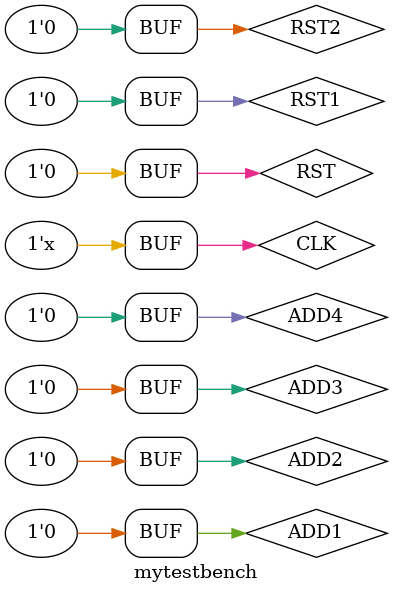
<source format=v>
`timescale 1ms/1ms




module mytestbench;
		reg RST;
		reg CLK;
		reg RST1;
		reg RST2;
		reg ADD1;
		reg ADD2;
		reg ADD3;
		reg ADD4;
		
		// outputs
		wire A1;
		wire A2;
		wire A3;
		wire A4;
		wire [6:0] LED_SEG;
		wire [3:0] VAL1;
		wire [3:0] VAL2;
		wire [3:0] VAL3;
		wire [3:0] VAL4;
		
	
		parking_meter park(
		
			.rst(RST),
			.clk(CLK),
			.rst1(RST1),
			.rst2(RST2),
			.add1(ADD1),
			.add2(ADD2),
			.add3(ADD3),
			.add4(ADD4),
			
			.a1(A1),
			.a2(A2),
			.a3(A3),
			.a4(A4),
			.led_seg(LED_SEG),
			.val1(VAL1),
			.val2(VAL2),
			.val3(VAL3),
			.val4(VAL4)
		
		);
		
		initial begin
			
			RST = 0;
			CLK = 0;
			RST1 = 0;
			RST2 = 0;
			ADD1 = 0;
			ADD2 = 0;
			ADD3 = 0;
			ADD4 = 0;
			
			
			
			#200
			RST = 1;
			#10
			RST = 0;
			#1000
			ADD1 = 1;
			#10
			ADD1 = 0;
			#65000	// once we get past this, the timer will expire, and should be blinking at 0
			RST2 = 1; // will reset to 150 seconds
			#10
			RST2 = 0;
			#1000
			ADD2 = 1; //add 120 seconds
			#10
			ADD2 = 0;
			#1000
			RST1 = 1; // reset to 16 seconds immediately
			#10
			RST1 = 0;	
			#10000 // should count down to 6 seconds
			ADD3 = 1; // should add 180, total at 186 seconds
			#10
			ADD3 = 0;
			#10000 // after this, it should be at 176
			ADD4 = 1; // add another 300 seconds
			#10
			ADD4 = 0;
			#60000 // after this, it should be at 416 seconds
			ADD4 = 1; // add to 716
			#10
			ADD4 = 0;
			#10
			ADD4 = 1; // add to 1016
			#10
			ADD4 = 0;
			#10
			ADD4 = 1; // add to 1316
			#10
			ADD4 = 0;
			#10
			ADD4 = 1; // add to 1616
			#10
			ADD4 = 0;
			#10
			ADD4 = 1; // add to 1916
			#10
			ADD4 = 0;
			#10
			ADD4 = 1; // add to 2216
			#10
			ADD4 = 0;
			#10
			ADD4 = 1; // add to 2516
			#10
			ADD4 = 0;
			#10
			ADD4 = 1; // add to 2816
			#10
			ADD4 = 0;
			#10
			ADD4 = 1; // add to 3116
			#10
			ADD4 = 0;
			#10
			ADD4 = 1; // add to 3416
			#10
			ADD4 = 0;
			#10
			ADD4 = 1; // add to 3716
			#10
			ADD4 = 0;
			#10
			ADD4 = 1; // add to 4016
			#10
			ADD4 = 0;
			#10
			ADD4 = 1; // add to 4316
			#10
			ADD4 = 0;
			#10
			ADD4 = 1; // add to 4616
			#10
			ADD4 = 0;
			#10
			ADD4 = 1; // add to 4916
			#10
			ADD4 = 0;
			#10
			ADD4 = 1; // add to 5216
			#10
			ADD4 = 0;
			#10
			ADD4 = 1; // add to 5516
			#10
			ADD4 = 0;
			#10
			ADD4 = 1; // add to 5816
			#10
			ADD4 = 0;
			#10
			ADD4 = 1; // add to 6116
			#10
			ADD4 = 0;
			#10
			ADD4 = 1; // add to 6416
			#10
			ADD4 = 0;
			#10
			ADD4 = 1; // add to 6716
			#10
			ADD4 = 0;
			#10
			ADD4 = 1; // add to 7016
			#10
			ADD4 = 0;
			#10
			ADD4 = 1; // add to 7316
			#10
			ADD4 = 0;
			#10
			ADD4 = 1; // add to 7616
			#10
			ADD4 = 0;
			#10
			ADD4 = 1; // add to 7916
			#10
			ADD4 = 0;
			#10
			ADD4 = 1; // add to 8216
			#10
			ADD4 = 0;
			#10
			ADD4 = 1; // add to 8516
			#10
			ADD4 = 0;
			#10
			ADD4 = 1; // add to 8816
			#10
			ADD4 = 0;
			#10
			ADD4 = 1; // add to 9116
			#10
			ADD4 = 0;
			#10
			ADD4 = 1; // add to 9416
			#10
			ADD4 = 0;
			#10
			ADD4 = 1; // add to 9716
			#10
			ADD4 = 0;
			#10
			ADD4 = 1; // add to 9999, this is where we top out, if there was no limit, this would go to 1016
			#10
			ADD4 = 0;
			#30000
			RST1 = 1;
			#10
			RST1 = 0;
			#6000
			RST = 1;
			#10
			RST = 0;
			
	
		end
		
		always begin
			#5 CLK = ~CLK;
		end
endmodule
</source>
